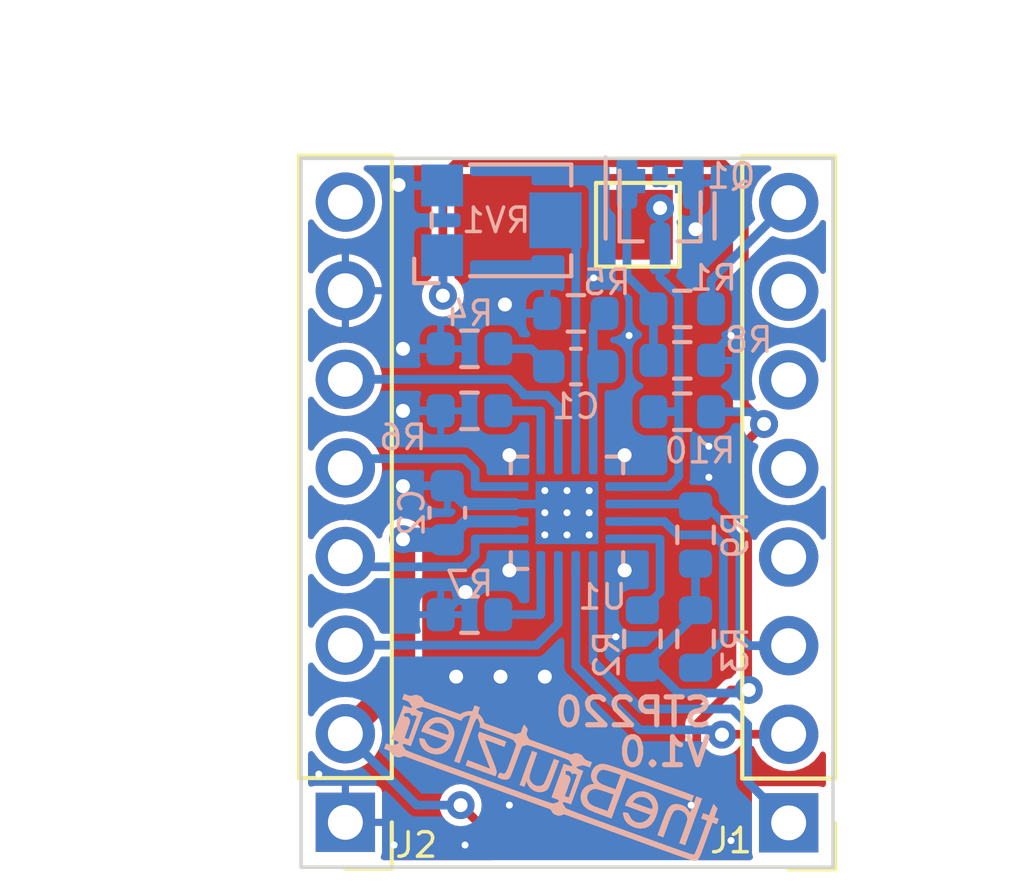
<source format=kicad_pcb>
(kicad_pcb (version 20211014) (generator pcbnew)
  (layers (0 "F.Cu" signal) (31 "B.Cu" signal) (34 "B.Paste" user) (35 "F.Paste" user) (36 "B.SilkS" user "B.Silkscreen") (37 "F.SilkS" user "F.Silkscreen") (38 "B.Mask" user) (39 "F.Mask" user) (44 "Edge.Cuts" user))
  (net 0 "")
  (net 1 "Net-(C1-Pad1)")
  (net 2 "Net-(C1-Pad2)")
  (net 3 "GND")
  (net 4 "+5V")
  (net 5 "Net-(J1-Pad8)")
  (net 6 "Net-(R2-Pad1)")
  (net 7 "Net-(R3-Pad1)")
  (net 8 "Net-(R6-Pad1)")
  (net 9 "Net-(R7-Pad1)")
  (net 10 "Net-(U1-Pad14)")
  (net 11 "Net-(RV1-Pad2)")
  (net 12 "Net-(J1-Pad1)")
  (net 13 "Net-(J1-Pad2)")
  (net 19 "Net-(J3-Pad1)")
  (net 20 "Net-(Q1-Pad1)")
  (net 21 "Net-(U1-Pad10)")
  (net 22 "Net-(U1-Pad8)")
  (net 23 "Net-(U1-Pad5)")
  (net 24 "Net-(U1-Pad3)")
  (footprint "TestPoint:TestPoint_Pad_2.0x2.0mm" (layer "F.Cu") (at 144.272 78.105)
    (fp_text reference "J3" hide)
    (fp_text value "Conn_01x01_Female")
    (pad "1" smd rect (at 0 0) (size 2 2) (layers "F.Cu" "F.Mask") (net 19 "Net-(J3-Pad1)"))
  )
  (footprint "Connector_PinHeader_2.54mm:PinHeader_1x08_P2.54mm_Vertical" (layer "F.Cu") (at 135.89 95.235 180)
    (fp_text reference "J2" (at -2.032 -0.65) (layer "F.SilkS") (effects (font (size 0.7 0.7) (thickness 0.1))))
    (fp_text value "Conn_01x08_Male")
    (pad "1" thru_hole rect (at 0 0 180) (size 1.7 1.7) (drill 1) (layers *.Cu *.Mask) (net 3 "GND"))
    (pad "2" thru_hole oval (at 0 2.54 180) (size 1.7 1.7) (drill 1) (layers *.Cu *.Mask) (net 4 "+5V"))
    (pad "3" thru_hole oval (at 0 5.08 180) (size 1.7 1.7) (drill 1) (layers *.Cu *.Mask) (net 24 "Net-(U1-Pad3)"))
    (pad "4" thru_hole oval (at 0 7.62 180) (size 1.7 1.7) (drill 1) (layers *.Cu *.Mask) (net 23 "Net-(U1-Pad5)"))
    (pad "5" thru_hole oval (at 0 10.16 180) (size 1.7 1.7) (drill 1) (layers *.Cu *.Mask) (net 22 "Net-(U1-Pad8)"))
    (pad "6" thru_hole oval (at 0 12.7 180) (size 1.7 1.7) (drill 1) (layers *.Cu *.Mask) (net 21 "Net-(U1-Pad10)"))
    (pad "7" thru_hole oval (at 0 15.24 180) (size 1.7 1.7) (drill 1) (layers *.Cu *.Mask) (net 3 "GND"))
    (pad "8" thru_hole oval (at 0 17.78 180) (size 1.7 1.7) (drill 1) (layers *.Cu *.Mask))
  )
  (footprint "Connector_PinHeader_2.54mm:PinHeader_1x08_P2.54mm_Vertical" (layer "F.Cu") (at 148.59 95.25 180)
    (fp_text reference "J1" (at 1.651 -0.508) (layer "F.SilkS") (effects (font (size 0.7 0.7) (thickness 0.1))))
    (fp_text value "Conn_01x08_Male")
    (pad "1" thru_hole rect (at 0 0 180) (size 1.7 1.7) (drill 1) (layers *.Cu *.Mask) (net 12 "Net-(J1-Pad1)"))
    (pad "2" thru_hole oval (at 0 2.54 180) (size 1.7 1.7) (drill 1) (layers *.Cu *.Mask) (net 13 "Net-(J1-Pad2)"))
    (pad "3" thru_hole oval (at 0 5.08 180) (size 1.7 1.7) (drill 1) (layers *.Cu *.Mask) (net 10 "Net-(U1-Pad14)"))
    (pad "4" thru_hole oval (at 0 7.62 180) (size 1.7 1.7) (drill 1) (layers *.Cu *.Mask))
    (pad "5" thru_hole oval (at 0 10.16 180) (size 1.7 1.7) (drill 1) (layers *.Cu *.Mask))
    (pad "6" thru_hole oval (at 0 12.7 180) (size 1.7 1.7) (drill 1) (layers *.Cu *.Mask))
    (pad "7" thru_hole oval (at 0 15.24 180) (size 1.7 1.7) (drill 1) (layers *.Cu *.Mask))
    (pad "8" thru_hole oval (at 0 17.78 180) (size 1.7 1.7) (drill 1) (layers *.Cu *.Mask) (net 5 "Net-(J1-Pad8)"))
  )
  (footprint "Resistor_SMD:R_0603_1608Metric" (layer "B.Cu") (at 139.446 89.281 180)
    (fp_text reference "R7" (at 0 0.889) (layer "B.SilkS") (effects (font (size 0.7 0.7) (thickness 0.1)) (justify mirror)))
    (fp_text value "200m")
    (pad "1" smd roundrect (at -0.825 0 180) (size 0.8 0.95) (layers "B.Cu" "B.Paste" "B.Mask") (net 9 "Net-(R7-Pad1)"))
    (pad "2" smd roundrect (at 0.825 0 180) (size 0.8 0.95) (layers "B.Cu" "B.Paste" "B.Mask") (net 3 "GND"))
  )
  (footprint "Resistor_SMD:R_0603_1608Metric" (layer "B.Cu") (at 139.446 81.661 180)
    (fp_text reference "R4" (at 0 1.016) (layer "B.SilkS") (effects (font (size 0.7 0.7) (thickness 0.1)) (justify mirror)))
    (fp_text value "1K")
    (pad "1" smd roundrect (at -0.825 0 180) (size 0.8 0.95) (layers "B.Cu" "B.Paste" "B.Mask") (net 2 "Net-(C1-Pad2)"))
    (pad "2" smd roundrect (at 0.825 0 180) (size 0.8 0.95) (layers "B.Cu" "B.Paste" "B.Mask") (net 3 "GND"))
  )
  (footprint "Resistor_SMD:R_0603_1608Metric" (layer "B.Cu") (at 139.446 83.439 180)
    (fp_text reference "R6" (at 1.905 -0.762) (layer "B.SilkS") (effects (font (size 0.7 0.7) (thickness 0.1)) (justify mirror)))
    (fp_text value "200m")
    (pad "1" smd roundrect (at -0.825 0 180) (size 0.8 0.95) (layers "B.Cu" "B.Paste" "B.Mask") (net 8 "Net-(R6-Pad1)"))
    (pad "2" smd roundrect (at 0.825 0 180) (size 0.8 0.95) (layers "B.Cu" "B.Paste" "B.Mask") (net 3 "GND"))
  )
  (footprint "Resistor_SMD:R_0603_1608Metric" (layer "B.Cu") (at 145.542 83.4644)
    (fp_text reference "R10" (at 0.508 1.1176) (layer "B.SilkS") (effects (font (size 0.7 0.7) (thickness 0.1)) (justify mirror)))
    (fp_text value "10K")
    (pad "1" smd roundrect (at -0.825 0) (size 0.8 0.95) (layers "B.Cu" "B.Paste" "B.Mask") (net 19 "Net-(J3-Pad1)"))
    (pad "2" smd roundrect (at 0.825 0) (size 0.8 0.95) (layers "B.Cu" "B.Paste" "B.Mask") (net 4 "+5V"))
  )
  (footprint "Resistor_SMD:R_0603_1608Metric" (layer "B.Cu") (at 145.923 89.979 90)
    (fp_text reference "R3" (at -0.318 1.143 90) (layer "B.SilkS") (effects (font (size 0.7 0.7) (thickness 0.1)) (justify mirror)))
    (fp_text value "1K")
    (pad "1" smd roundrect (at -0.825 0 90) (size 0.8 0.95) (layers "B.Cu" "B.Paste" "B.Mask") (net 7 "Net-(R3-Pad1)"))
    (pad "2" smd roundrect (at 0.825 0 90) (size 0.8 0.95) (layers "B.Cu" "B.Paste" "B.Mask") (net 4 "+5V"))
  )
  (footprint "theBrutzler:thebrutzler_10mm_mod" (layer "B.Cu") (at 141.859 93.853 160)
    (fp_text reference "G***" hide)
    (fp_text value "LOGO" hide)
  )
  (footprint "Resistor_SMD:R_0603_1608Metric" (layer "B.Cu") (at 145.542 80.518)
    (fp_text reference "R1" (at 0.889 -0.889) (layer "B.SilkS") (effects (font (size 0.7 0.7) (thickness 0.1)) (justify mirror)))
    (fp_text value "10K")
    (pad "1" smd roundrect (at -0.825 0) (size 0.8 0.95) (layers "B.Cu" "B.Paste" "B.Mask") (net 20 "Net-(Q1-Pad1)"))
    (pad "2" smd roundrect (at 0.825 0) (size 0.8 0.95) (layers "B.Cu" "B.Paste" "B.Mask") (net 5 "Net-(J1-Pad8)"))
  )
  (footprint "Package_DFN_QFN:VQFN-16-1EP_3x3mm_P0.5mm_EP1.8x1.8mm" (layer "B.Cu") (at 142.24 86.36 90)
    (fp_text reference "U1" (at -2.413 1.016 180) (layer "B.SilkS") (effects (font (size 0.7 0.7) (thickness 0.1)) (justify mirror)))
    (fp_text value "STSPIN220")
    (pad "1" smd roundrect (at -1.4875 0.75 90) (size 0.775 0.25) (layers "B.Cu" "B.Paste" "B.Mask") (net 12 "Net-(J1-Pad1)"))
    (pad "2" smd roundrect (at -1.4875 0.25 90) (size 0.775 0.25) (layers "B.Cu" "B.Paste" "B.Mask") (net 13 "Net-(J1-Pad2)"))
    (pad "3" smd roundrect (at -1.4875 -0.25 90) (size 0.775 0.25) (layers "B.Cu" "B.Paste" "B.Mask") (net 24 "Net-(U1-Pad3)"))
    (pad "4" smd roundrect (at -1.4875 -0.75 90) (size 0.775 0.25) (layers "B.Cu" "B.Paste" "B.Mask") (net 9 "Net-(R7-Pad1)"))
    (pad "5" smd roundrect (at -0.75 -1.4875 90) (size 0.25 0.775) (layers "B.Cu" "B.Paste" "B.Mask") (net 23 "Net-(U1-Pad5)"))
    (pad "6" smd roundrect (at -0.25 -1.4875 90) (size 0.25 0.775) (layers "B.Cu" "B.Paste" "B.Mask") (net 4 "+5V"))
    (pad "7" smd roundrect (at 0.25 -1.4875 90) (size 0.25 0.775) (layers "B.Cu" "B.Paste" "B.Mask") (net 3 "GND"))
    (pad "8" smd roundrect (at 0.75 -1.4875 90) (size 0.25 0.775) (layers "B.Cu" "B.Paste" "B.Mask") (net 22 "Net-(U1-Pad8)"))
    (pad "9" smd roundrect (at 1.4875 -0.75 90) (size 0.775 0.25) (layers "B.Cu" "B.Paste" "B.Mask") (net 8 "Net-(R6-Pad1)"))
    (pad "10" smd roundrect (at 1.4875 -0.25 90) (size 0.775 0.25) (layers "B.Cu" "B.Paste" "B.Mask") (net 21 "Net-(U1-Pad10)"))
    (pad "11" smd roundrect (at 1.4875 0.25 90) (size 0.775 0.25) (layers "B.Cu" "B.Paste" "B.Mask") (net 11 "Net-(RV1-Pad2)"))
    (pad "12" smd roundrect (at 1.4875 0.75 90) (size 0.775 0.25) (layers "B.Cu" "B.Paste" "B.Mask") (net 1 "Net-(C1-Pad1)"))
    (pad "13" smd roundrect (at 0.75 1.4875 90) (size 0.25 0.775) (layers "B.Cu" "B.Paste" "B.Mask") (net 19 "Net-(J3-Pad1)"))
    (pad "14" smd roundrect (at 0.25 1.4875 90) (size 0.25 0.775) (layers "B.Cu" "B.Paste" "B.Mask") (net 10 "Net-(U1-Pad14)"))
    (pad "15" smd roundrect (at -0.25 1.4875 90) (size 0.25 0.775) (layers "B.Cu" "B.Paste" "B.Mask") (net 7 "Net-(R3-Pad1)"))
    (pad "16" smd roundrect (at -0.75 1.4875 90) (size 0.25 0.775) (layers "B.Cu" "B.Paste" "B.Mask") (net 6 "Net-(R2-Pad1)"))
    (pad "17" smd rect (at 0 0 90) (size 1.8 1.8) (layers "B.Cu" "B.Mask") (net 3 "GND"))
  )
  (footprint "Resistor_SMD:R_0603_1608Metric" (layer "B.Cu") (at 145.542 81.9912 180)
    (fp_text reference "R8" (at -1.905 0.5842) (layer "B.SilkS") (effects (font (size 0.7 0.7) (thickness 0.1)) (justify mirror)))
    (fp_text value "10K")
    (pad "1" smd roundrect (at -0.825 0 180) (size 0.8 0.95) (layers "B.Cu" "B.Paste" "B.Mask") (net 3 "GND"))
    (pad "2" smd roundrect (at 0.825 0 180) (size 0.8 0.95) (layers "B.Cu" "B.Paste" "B.Mask") (net 20 "Net-(Q1-Pad1)"))
  )
  (footprint "Package_TO_SOT_SMD:SOT-23" (layer "B.Cu") (at 144.907 77.851 -90)
    (fp_text reference "Q1" (at -1.143 -2.032) (layer "B.SilkS") (effects (font (size 0.7 0.7) (thickness 0.1)) (justify mirror)))
    (fp_text value "BC817")
    (pad "1" smd roundrect (at -0.9375 0.95 270) (size 1.475 0.6) (layers "B.Cu" "B.Paste" "B.Mask") (net 20 "Net-(Q1-Pad1)"))
    (pad "2" smd roundrect (at -0.9375 -0.95 270) (size 1.475 0.6) (layers "B.Cu" "B.Paste" "B.Mask") (net 3 "GND"))
    (pad "3" smd roundrect (at 0.9375 0 270) (size 1.475 0.6) (layers "B.Cu" "B.Paste" "B.Mask") (net 19 "Net-(J3-Pad1)"))
  )
  (footprint "Potentiometer_SMD:Potentiometer_Bourns_TC33X_Vertical" (layer "B.Cu") (at 140.462 77.978)
    (fp_text reference "RV1" (at -0.254 0) (layer "B.SilkS") (effects (font (size 0.7 0.7) (thickness 0.1)) (justify mirror)))
    (fp_text value "10K")
    (pad "1" smd rect (at -1.8 1) (size 1.2 1.2) (layers "B.Cu" "B.Paste" "B.Mask") (net 4 "+5V"))
    (pad "2" smd rect (at 1.45 0) (size 1.5 1.6) (layers "B.Cu" "B.Paste" "B.Mask") (net 11 "Net-(RV1-Pad2)"))
    (pad "3" smd rect (at -1.8 -1) (size 1.2 1.2) (layers "B.Cu" "B.Paste" "B.Mask") (net 3 "GND"))
  )
  (footprint "Package_TO_SOT_SMD:SOT-323_SC-70" (layer "B.Cu") (at 144.907 77.851 -90)
    (fp_text reference "Q2" hide)
    (fp_text value "BC817W")
    (pad "1" smd rect (at -1 0.65) (size 0.45 0.7) (layers "B.Cu" "B.Paste" "B.Mask") (net 20 "Net-(Q1-Pad1)"))
    (pad "2" smd rect (at -1 -0.65) (size 0.45 0.7) (layers "B.Cu" "B.Paste" "B.Mask") (net 3 "GND"))
    (pad "3" smd rect (at 1 0) (size 0.45 0.7) (layers "B.Cu" "B.Paste" "B.Mask") (net 19 "Net-(J3-Pad1)"))
  )
  (footprint "Capacitor_SMD:C_0603_1608Metric" (layer "B.Cu") (at 142.494 82.169 180)
    (fp_text reference "C1" (at 0 -1.143) (layer "B.SilkS") (effects (font (size 0.7 0.7) (thickness 0.1)) (justify mirror)))
    (fp_text value "22n")
    (pad "1" smd roundrect (at -0.775 0 180) (size 0.9 0.95) (layers "B.Cu" "B.Paste" "B.Mask") (net 1 "Net-(C1-Pad1)"))
    (pad "2" smd roundrect (at 0.775 0 180) (size 0.9 0.95) (layers "B.Cu" "B.Paste" "B.Mask") (net 2 "Net-(C1-Pad2)"))
  )
  (footprint "Resistor_SMD:R_0603_1608Metric" (layer "B.Cu") (at 142.494 80.645)
    (fp_text reference "R5" (at 0.889 -0.889) (layer "B.SilkS") (effects (font (size 0.7 0.7) (thickness 0.1)) (justify mirror)))
    (fp_text value "10K")
    (pad "1" smd roundrect (at -0.825 0) (size 0.8 0.95) (layers "B.Cu" "B.Paste" "B.Mask") (net 3 "GND"))
    (pad "2" smd roundrect (at 0.825 0) (size 0.8 0.95) (layers "B.Cu" "B.Paste" "B.Mask") (net 1 "Net-(C1-Pad1)"))
  )
  (footprint "Resistor_SMD:R_0603_1608Metric" (layer "B.Cu") (at 144.399 89.979 -90)
    (fp_text reference "R2" (at 0.445 1.016 90) (layer "B.SilkS") (effects (font (size 0.7 0.7) (thickness 0.1)) (justify mirror)))
    (fp_text value "1K")
    (pad "1" smd roundrect (at -0.825 0 270) (size 0.8 0.95) (layers "B.Cu" "B.Paste" "B.Mask") (net 6 "Net-(R2-Pad1)"))
    (pad "2" smd roundrect (at 0.825 0 270) (size 0.8 0.95) (layers "B.Cu" "B.Paste" "B.Mask") (net 4 "+5V"))
  )
  (footprint "Capacitor_SMD:C_0603_1608Metric" (layer "B.Cu") (at 138.811 86.36 -90)
    (fp_text reference "C2" (at 0 1.016 90) (layer "B.SilkS") (effects (font (size 0.7 0.7) (thickness 0.1)) (justify mirror)))
    (fp_text value "4,7µ")
    (pad "1" smd roundrect (at -0.775 0 270) (size 0.9 0.95) (layers "B.Cu" "B.Paste" "B.Mask") (net 3 "GND"))
    (pad "2" smd roundrect (at 0.775 0 270) (size 0.9 0.95) (layers "B.Cu" "B.Paste" "B.Mask") (net 4 "+5V"))
  )
  (footprint "Resistor_SMD:R_0603_1608Metric" (layer "B.Cu") (at 145.923 86.995 -90)
    (fp_text reference "R9" (at 0 -1.143 90) (layer "B.SilkS") (effects (font (size 0.7 0.7) (thickness 0.1)) (justify mirror)))
    (fp_text value "10K")
    (pad "1" smd roundrect (at -0.825 0 270) (size 0.8 0.95) (layers "B.Cu" "B.Paste" "B.Mask") (net 10 "Net-(U1-Pad14)"))
    (pad "2" smd roundrect (at 0.825 0 270) (size 0.8 0.95) (layers "B.Cu" "B.Paste" "B.Mask") (net 4 "+5V"))
  )
  (gr_line (start 134.62 76.2) (end 134.62 96.52) (layer "Edge.Cuts") (width 0.1))
  (gr_line (start 149.86 96.52) (end 149.86 76.2) (layer "Edge.Cuts") (width 0.1))
  (gr_line (start 134.62 76.2) (end 149.86 76.2) (layer "Edge.Cuts") (width 0.1))
  (gr_line (start 134.62 96.52) (end 149.86 96.52) (layer "Edge.Cuts") (width 0.1))
  (gr_text "V1.0" (at 145.034 93.218) (layer "B.SilkS") (effects (font (size 0.8 0.8)) (justify mirror)))
  (gr_text "STP220" (at 144.145 92.075) (layer "B.SilkS") (effects (font (size 0.8 0.8)) (justify mirror)))
  (segment (start 142.99 84.8725) (end 142.99 80.974) (width 0.25) (layer "B.Cu") (net 1))
  (segment (start 142.99 80.974) (end 143.319 80.645) (width 0.25) (layer "B.Cu") (net 1))
  (segment (start 141.719 82.169) (end 141.211 81.661) (width 0.25) (layer "B.Cu") (net 2))
  (segment (start 141.211 81.661) (end 140.271 81.661) (width 0.25) (layer "B.Cu") (net 2))
  (via (at 146.939 81.28) (size 0.4) (drill 0.2) (layers "F.Cu" "B.Cu") (net 3))
  (via (at 139.065 91.059) (size 0.8) (drill 0.4) (layers "F.Cu" "B.Cu") (net 3))
  (via (at 139.33415 88.632588) (size 0.8) (drill 0.4) (layers "F.Cu" "B.Cu") (net 3))
  (via (at 140.589 84.709) (size 0.8) (drill 0.4) (layers "F.Cu" "B.Cu") (net 3))
  (via (at 146.304 85.344) (size 0.4) (drill 0.2) (layers "F.Cu" "B.Cu") (net 3))
  (via (at 141.605 86.36) (size 0.4) (drill 0.2) (layers "F.Cu" "B.Cu") (net 3))
  (via (at 140.335 91.059) (size 0.8) (drill 0.4) (layers "F.Cu" "B.Cu") (net 3))
  (via (at 146.304 84.455) (size 0.4) (drill 0.2) (layers "F.Cu" "B.Cu") (net 3))
  (via (at 137.541 81.661) (size 0.8) (drill 0.4) (layers "F.Cu" "B.Cu") (net 3))
  (via (at 143.891 88.011) (size 0.8) (drill 0.4) (layers "F.Cu" "B.Cu") (net 3))
  (via (at 142.875 86.995) (size 0.4) (drill 0.2) (layers "F.Cu" "B.Cu") (net 3))
  (via (at 141.605 91.059) (size 0.8) (drill 0.4) (layers "F.Cu" "B.Cu") (net 3))
  (via (at 137.541 85.598) (size 0.8) (drill 0.4) (layers "F.Cu" "B.Cu") (net 3))
  (via (at 139.319 95.885) (size 0.4) (drill 0.2) (layers "F.Cu" "B.Cu") (net 3))
  (via (at 137.541 83.439) (size 0.8) (drill 0.4) (layers "F.Cu" "B.Cu") (net 3))
  (via (at 135.128 93.853) (size 0.4) (drill 0.2) (layers "F.Cu" "B.Cu") (net 3))
  (via (at 142.875 86.36) (size 0.4) (drill 0.2) (layers "F.Cu" "B.Cu") (net 3))
  (via (at 143.891 84.709) (size 0.8) (drill 0.4) (layers "F.Cu" "B.Cu") (net 3))
  (via (at 140.589 88.011) (size 0.8) (drill 0.4) (layers "F.Cu" "B.Cu") (net 3))
  (via (at 137.287 95.885) (size 0.4) (drill 0.2) (layers "F.Cu" "B.Cu") (net 3))
  (via (at 142.24 86.36) (size 0.4) (drill 0.2) (layers "F.Cu" "B.Cu") (net 3))
  (via (at 140.462 80.391) (size 0.8) (drill 0.4) (layers "F.Cu" "B.Cu") (net 3))
  (via (at 142.24 85.725) (size 0.4) (drill 0.2) (layers "F.Cu" "B.Cu") (net 3))
  (via (at 143.002 79.629) (size 0.4) (drill 0.2) (layers "F.Cu" "B.Cu") (net 3))
  (via (at 145.923 78.232) (size 0.8) (drill 0.4) (layers "F.Cu" "B.Cu") (net 3))
  (via (at 141.605 86.995) (size 0.4) (drill 0.2) (layers "F.Cu" "B.Cu") (net 3))
  (via (at 141.605 85.725) (size 0.4) (drill 0.2) (layers "F.Cu" "B.Cu") (net 3))
  (via (at 142.24 86.995) (size 0.4) (drill 0.2) (layers "F.Cu" "B.Cu") (net 3))
  (via (at 146.939 95.758) (size 0.4) (drill 0.2) (layers "F.Cu" "B.Cu") (net 3))
  (via (at 137.414 76.962) (size 0.8) (drill 0.4) (layers "F.Cu" "B.Cu") (net 3))
  (via (at 142.875 85.725) (size 0.4) (drill 0.2) (layers "F.Cu" "B.Cu") (net 3))
  (via (at 143.637 89.916) (size 0.4) (drill 0.2) (layers "F.Cu" "B.Cu") (net 3))
  (via (at 140.589 94.742) (size 0.4) (drill 0.2) (layers "F.Cu" "B.Cu") (net 3))
  (via (at 144.018 81.28) (size 0.4) (drill 0.2) (layers "F.Cu" "B.Cu") (net 3))
  (via (at 145.796 94.742) (size 0.4) (drill 0.2) (layers "F.Cu" "B.Cu") (net 3))
  (segment (start 146.367 81.852) (end 146.939 81.28) (width 0.25) (layer "B.Cu") (net 3))
  (segment (start 137.43 76.978) (end 137.414 76.962) (width 0.25) (layer "B.Cu") (net 3))
  (segment (start 138.621 83.439) (end 137.541 83.439) (width 0.25) (layer "B.Cu") (net 3))
  (segment (start 141.99 86.11) (end 142.24 86.36) (width 0.25) (layer "B.Cu") (net 3))
  (segment (start 137.554 85.585) (end 138.811 85.585) (width 0.25) (layer "B.Cu") (net 3))
  (segment (start 140.7525 86.11) (end 141.99 86.11) (width 0.25) (layer "B.Cu") (net 3))
  (segment (start 138.662 76.978) (end 137.43 76.978) (width 0.25) (layer "B.Cu") (net 3))
  (segment (start 137.541 85.598) (end 137.554 85.585) (width 0.25) (layer "B.Cu") (net 3))
  (segment (start 141.669 80.645) (end 140.716 80.645) (width 0.25) (layer "B.Cu") (net 3))
  (segment (start 138.621 81.661) (end 137.541 81.661) (width 0.25) (layer "B.Cu") (net 3))
  (segment (start 145.857 76.9135) (end 145.857 77.15) (width 0.25) (layer "B.Cu") (net 3))
  (segment (start 138.685738 89.281) (end 139.33415 88.632588) (width 0.25) (layer "B.Cu") (net 3))
  (segment (start 145.923 78.232) (end 145.923 76.9795) (width 0.25) (layer "B.Cu") (net 3))
  (segment (start 140.7525 86.11) (end 139.336 86.11) (width 0.35) (layer "B.Cu") (net 3))
  (segment (start 138.621 89.281) (end 138.685738 89.281) (width 0.25) (layer "B.Cu") (net 3))
  (segment (start 145.923 76.9795) (end 145.857 76.9135) (width 0.25) (layer "B.Cu") (net 3))
  (segment (start 139.336 86.11) (end 138.811 85.585) (width 0.35) (layer "B.Cu") (net 3))
  (segment (start 140.716 80.645) (end 140.462 80.391) (width 0.25) (layer "B.Cu") (net 3))
  (segment (start 146.367 81.9912) (end 146.367 81.852) (width 0.25) (layer "B.Cu") (net 3))
  (segment (start 146.936375 91.44) (end 147.447 91.44) (width 0.25) (layer "F.Cu") (net 4))
  (segment (start 147.574 81.826034) (end 147.32 82.080034) (width 0.25) (layer "F.Cu") (net 4))
  (segment (start 146.685 94.996) (end 146.685 93.853) (width 0.25) (layer "F.Cu") (net 4))
  (segment (start 147.32 76.96002) (end 147.32 80.40101) (width 0.25) (layer "F.Cu") (net 4))
  (segment (start 147.574 80.65501) (end 147.574 81.826034) (width 0.25) (layer "F.Cu") (net 4))
  (segment (start 146.685 93.853) (end 145.954877 93.122877) (width 0.25) (layer "F.Cu") (net 4))
  (segment (start 138.684 80.137) (end 138.684 76.708) (width 0.25) (layer "F.Cu") (net 4))
  (segment (start 139.06698 76.32502) (end 146.685 76.32502) (width 0.25) (layer "F.Cu") (net 4))
  (segment (start 145.954877 92.421498) (end 146.936375 91.44) (width 0.25) (layer "F.Cu") (net 4))
  (segment (start 147.415489 91.408489) (end 147.447 91.44) (width 0.25) (layer "F.Cu") (net 4))
  (segment (start 137.541 87.122) (end 137.541 91.044) (width 0.7) (layer "F.Cu") (net 4))
  (segment (start 139.192 94.742) (end 140.462 96.012) (width 0.25) (layer "F.Cu") (net 4))
  (segment (start 138.684 76.708) (end 139.06698 76.32502) (width 0.25) (layer "F.Cu") (net 4))
  (segment (start 145.954877 93.122877) (end 145.954877 92.421498) (width 0.25) (layer "F.Cu") (net 4))
  (segment (start 147.88606 83.817093) (end 147.415489 84.287664) (width 0.25) (layer "F.Cu") (net 4))
  (segment (start 146.685 76.32502) (end 147.32 76.96002) (width 0.25) (layer "F.Cu") (net 4))
  (segment (start 147.32 83.251033) (end 147.88606 83.817093) (width 0.25) (layer "F.Cu") (net 4))
  (segment (start 140.462 96.012) (end 145.669 96.012) (width 0.25) (layer "F.Cu") (net 4))
  (segment (start 145.669 96.012) (end 146.685 94.996) (width 0.25) (layer "F.Cu") (net 4))
  (segment (start 147.32 82.080034) (end 147.32 83.251033) (width 0.25) (layer "F.Cu") (net 4))
  (segment (start 147.32 80.40101) (end 147.574 80.65501) (width 0.25) (layer "F.Cu") (net 4))
  (segment (start 137.541 91.044) (end 135.89 92.695) (width 0.7) (layer "F.Cu") (net 4))
  (segment (start 147.415489 84.287664) (end 147.415489 91.408489) (width 0.25) (layer "F.Cu") (net 4))
  (via (at 147.447 91.44) (size 0.8) (drill 0.4) (layers "F.Cu" "B.Cu") (net 4))
  (via (at 139.192 94.742) (size 0.8) (drill 0.4) (layers "F.Cu" "B.Cu") (net 4))
  (via (at 138.684 80.137) (size 0.8) (drill 0.4) (layers "F.Cu" "B.Cu") (net 4))
  (via (at 147.88606 83.817093) (size 0.8) (drill 0.4) (layers "F.Cu" "B.Cu") (net 4))
  (via (at 137.541 87.122) (size 0.8) (drill 0.4) (layers "F.Cu" "B.Cu") (net 4))
  (segment (start 144.706217 90.804) (end 144.399 90.804) (width 0.25) (layer "B.Cu") (net 4))
  (segment (start 147.533367 83.4644) (end 146.367 83.4644) (width 0.25) (layer "B.Cu") (net 4))
  (segment (start 138.684 79) (end 138.662 78.978) (width 0.25) (layer "B.Cu") (net 4))
  (segment (start 147.35848 91.52852) (end 145.430737 91.52852) (width 0.25) (layer "B.Cu") (net 4))
  (segment (start 145.923 87.82) (end 145.923 89.154) (width 0.25) (layer "B.Cu") (net 4))
  (segment (start 140.7525 86.61) (end 139.336 86.61) (width 0.35) (layer "B.Cu") (net 4))
  (segment (start 137.937 94.742) (end 135.89 92.695) (width 0.25) (layer "B.Cu") (net 4))
  (segment (start 139.192 94.742) (end 137.937 94.742) (width 0.25) (layer "B.Cu") (net 4))
  (segment (start 137.541 87.122) (end 137.554 87.135) (width 0.25) (layer "B.Cu") (net 4))
  (segment (start 145.923 89.28) (end 144.399 90.804) (width 0.25) (layer "B.Cu") (net 4))
  (segment (start 137.554 87.135) (end 138.811 87.135) (width 0.7) (layer "B.Cu") (net 4))
  (segment (start 145.430737 91.52852) (end 144.706217 90.804) (width 0.25) (layer "B.Cu") (net 4))
  (segment (start 138.684 80.137) (end 138.684 79) (width 0.25) (layer "B.Cu") (net 4))
  (segment (start 139.336 86.61) (end 138.811 87.135) (width 0.35) (layer "B.Cu") (net 4))
  (segment (start 145.923 89.154) (end 145.923 89.28) (width 0.25) (layer "B.Cu") (net 4))
  (segment (start 147.447 91.44) (end 147.35848 91.52852) (width 0.25) (layer "B.Cu") (net 4))
  (segment (start 147.88606 83.817093) (end 147.533367 83.4644) (width 0.25) (layer "B.Cu") (net 4))
  (segment (start 146.367 79.693) (end 148.59 77.47) (width 0.25) (layer "B.Cu") (net 5))
  (segment (start 146.367 80.645) (end 146.367 79.693) (width 0.25) (layer "B.Cu") (net 5))
  (segment (start 143.7275 87.11) (end 144.894282 87.11) (width 0.25) (layer "B.Cu") (net 6))
  (segment (start 144.894282 87.11) (end 144.906641 87.122359) (width 0.25) (layer "B.Cu") (net 6))
  (segment (start 144.906641 87.122359) (end 144.906641 88.646359) (width 0.25) (layer "B.Cu") (net 6))
  (segment (start 144.906641 88.646359) (end 144.399 89.154) (width 0.25) (layer "B.Cu") (net 6))
  (segment (start 146.72252 87.28652) (end 146.72252 90.00448) (width 0.25) (layer "B.Cu") (net 7))
  (segment (start 145.415 86.995) (end 146.431 86.995) (width 0.25) (layer "B.Cu") (net 7))
  (segment (start 146.431 86.995) (end 146.72252 87.28652) (width 0.25) (layer "B.Cu") (net 7))
  (segment (start 146.72252 90.00448) (end 145.923 90.804) (width 0.25) (layer "B.Cu") (net 7))
  (segment (start 145.03 86.61) (end 145.415 86.995) (width 0.25) (layer "B.Cu") (net 7))
  (segment (start 143.7275 86.61) (end 145.03 86.61) (width 0.25) (layer "B.Cu") (net 7))
  (segment (start 141.49 83.451) (end 141.478 83.439) (width 0.25) (layer "B.Cu") (net 8))
  (segment (start 141.49 84.8725) (end 141.49 83.451) (width 0.25) (layer "B.Cu") (net 8))
  (segment (start 141.478 83.439) (end 140.017 83.439) (width 0.25) (layer "B.Cu") (net 8))
  (segment (start 141.478 89.281) (end 140.017 89.281) (width 0.25) (layer "B.Cu") (net 9))
  (segment (start 141.49 87.8475) (end 141.49 89.269) (width 0.25) (layer "B.Cu") (net 9))
  (segment (start 141.49 89.269) (end 141.478 89.281) (width 0.25) (layer "B.Cu") (net 9))
  (segment (start 147.193 89.916) (end 147.447 90.17) (width 0.25) (layer "B.Cu") (net 10))
  (segment (start 147.193 87.121282) (end 147.193 89.916) (width 0.25) (layer "B.Cu") (net 10))
  (segment (start 143.7275 86.11) (end 145.863 86.11) (width 0.25) (layer "B.Cu") (net 10))
  (segment (start 147.447 90.17) (end 148.59 90.17) (width 0.25) (layer "B.Cu") (net 10))
  (segment (start 145.923 86.17) (end 146.241718 86.17) (width 0.25) (layer "B.Cu") (net 10))
  (segment (start 146.241718 86.17) (end 147.193 87.121282) (width 0.25) (layer "B.Cu") (net 10))
  (segment (start 145.863 86.11) (end 145.923 86.17) (width 0.25) (layer "B.Cu") (net 10))
  (segment (start 142.49 84.8725) (end 142.49352 84.86898) (width 0.25) (layer "B.Cu") (net 11))
  (segment (start 142.49352 84.86898) (end 142.49352 78.55952) (width 0.25) (layer "B.Cu") (net 11))
  (segment (start 142.49352 78.55952) (end 141.912 77.978) (width 0.25) (layer "B.Cu") (net 11))
  (segment (start 147.415489 94.075489) (end 148.59 95.25) (width 0.25) (layer "B.Cu") (net 12))
  (segment (start 147.415489 92.433103) (end 147.415489 94.075489) (width 0.25) (layer "B.Cu") (net 12))
  (segment (start 142.99 90.611783) (end 144.363706 91.985489) (width 0.25) (layer "B.Cu") (net 12))
  (segment (start 142.99 87.8475) (end 142.99 90.611783) (width 0.25) (layer "B.Cu") (net 12))
  (segment (start 144.363706 91.985489) (end 146.967875 91.985489) (width 0.25) (layer "B.Cu") (net 12))
  (segment (start 146.967875 91.985489) (end 147.415489 92.433103) (width 0.25) (layer "B.Cu") (net 12))
  (segment (start 146.690989 92.71) (end 146.679388 92.721601) (width 0.25) (layer "F.Cu") (net 13))
  (segment (start 148.59 92.71) (end 146.690989 92.71) (width 0.25) (layer "F.Cu") (net 13))
  (via (at 146.679388 92.721601) (size 0.8) (drill 0.4) (layers "F.Cu" "B.Cu") (net 13))
  (segment (start 146.540787 92.583) (end 144.3255 92.583) (width 0.25) (layer "B.Cu") (net 13))
  (segment (start 144.3255 92.583) (end 142.49 90.7475) (width 0.25) (layer "B.Cu") (net 13))
  (segment (start 142.49 90.7475) (end 142.49 87.8475) (width 0.25) (layer "B.Cu") (net 13))
  (segment (start 146.679388 92.721601) (end 146.540787 92.583) (width 0.25) (layer "B.Cu") (net 13))
  (via (at 144.907 77.62382) (size 0.8) (drill 0.4) (layers "F.Cu" "B.Cu") (net 19))
  (segment (start 145.149 85.61) (end 145.44152 85.31748) (width 0.25) (layer "B.Cu") (net 19))
  (segment (start 145.44152 83.53948) (end 145.44152 80.152737) (width 0.25) (layer "B.Cu") (net 19))
  (segment (start 145.36644 83.4644) (end 145.44152 83.53948) (width 0.25) (layer "B.Cu") (net 19))
  (segment (start 144.907 78.7885) (end 144.907 77.62382) (width 0.25) (layer "B.Cu") (net 19))
  (segment (start 144.717 83.4644) (end 145.36644 83.4644) (width 0.25) (layer "B.Cu") (net 19))
  (segment (start 144.907 79.618217) (end 144.907 78.7885) (width 0.25) (layer "B.Cu") (net 19))
  (segment (start 145.44152 85.31748) (end 145.44152 83.53948) (width 0.25) (layer "B.Cu") (net 19))
  (segment (start 143.7275 85.61) (end 145.149 85.61) (width 0.25) (layer "B.Cu") (net 19))
  (segment (start 145.44152 80.152737) (end 144.907 79.618217) (width 0.25) (layer "B.Cu") (net 19))
  (segment (start 143.957 76.9135) (end 143.957 79.568) (width 0.25) (layer "B.Cu") (net 20))
  (segment (start 144.717 80.328) (end 144.717 80.645) (width 0.25) (layer "B.Cu") (net 20))
  (segment (start 143.957 79.568) (end 144.717 80.328) (width 0.25) (layer "B.Cu") (net 20))
  (segment (start 144.717 82.169) (end 144.717 80.645) (width 0.25) (layer "B.Cu") (net 20))
  (segment (start 141.99 83.315283) (end 141.664197 82.98948) (width 0.25) (layer "B.Cu") (net 21))
  (segment (start 140.99552 82.98948) (end 140.99552 82.946737) (width 0.25) (layer "B.Cu") (net 21))
  (segment (start 141.99 84.8725) (end 141.99 83.315283) (width 0.25) (layer "B.Cu") (net 21))
  (segment (start 140.583783 82.535) (end 135.89 82.535) (width 0.25) (layer "B.Cu") (net 21))
  (segment (start 140.99552 82.946737) (end 140.583783 82.535) (width 0.25) (layer "B.Cu") (net 21))
  (segment (start 141.664197 82.98948) (end 140.99552 82.98948) (width 0.25) (layer "B.Cu") (net 21))
  (segment (start 139.61052 85.61) (end 139.61052 85.132382) (width 0.25) (layer "B.Cu") (net 22))
  (segment (start 136.15452 84.81048) (end 135.89 85.075) (width 0.25) (layer "B.Cu") (net 22))
  (segment (start 139.288618 84.81048) (end 136.15452 84.81048) (width 0.25) (layer "B.Cu") (net 22))
  (segment (start 139.61052 85.132382) (end 139.288618 84.81048) (width 0.25) (layer "B.Cu") (net 22))
  (segment (start 140.7525 85.61) (end 139.61052 85.61) (width 0.25) (layer "B.Cu") (net 22))
  (segment (start 139.288618 87.90952) (end 139.61052 87.587618) (width 0.25) (layer "B.Cu") (net 23))
  (segment (start 139.61052 87.587618) (end 139.61052 87.11) (width 0.25) (layer "B.Cu") (net 23))
  (segment (start 135.89 87.615) (end 136.18452 87.90952) (width 0.25) (layer "B.Cu") (net 23))
  (segment (start 136.18452 87.90952) (end 139.288618 87.90952) (width 0.25) (layer "B.Cu") (net 23))
  (segment (start 139.61052 87.11) (end 140.7525 87.11) (width 0.25) (layer "B.Cu") (net 23))
  (segment (start 141.99 87.8475) (end 141.99 89.531) (width 0.25) (layer "B.Cu") (net 24))
  (segment (start 141.99 89.531) (end 141.366 90.155) (width 0.25) (layer "B.Cu") (net 24))
  (segment (start 141.366 90.155) (end 135.89 90.155) (width 0.25) (layer "B.Cu") (net 24))
  (zone (net 3) (net_name "GND") (layers F&B.Cu) (connect_pads (clearance 0.2)) (min_thickness 0.18) (fill yes (thermal_gap 0.2) (thermal_bridge_width 0.2))
    (polygon (pts (xy 149.86 96.52) (xy 134.62 96.52) (xy 134.62 76.2) (xy 149.86 76.2)))
  )
  (zone (net 0) (net_name "") (layers "B.Cu" "F.Mask") (connect_pads (clearance 0)) (min_thickness 0.254)
    (keepout (tracks not_allowed) (vias not_allowed) (pads allowed) (copperpour not_allowed) (footprints allowed))
    (fill (thermal_gap 0.508) (thermal_bridge_width 0.508))
    (polygon (pts (xy 141.224 79.121) (xy 139.192 79.121) (xy 139.192 76.708) (xy 141.224 76.708)))
  )
)
</source>
